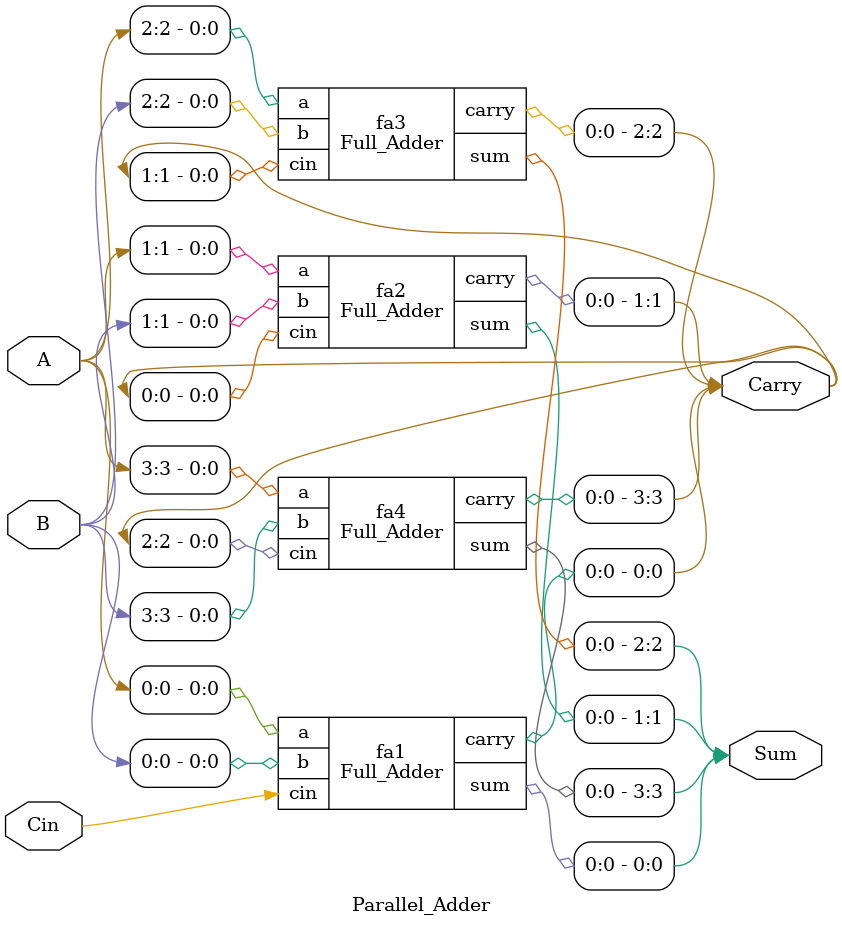
<source format=v>
module Full_Adder(a,b,cin,sum,carry);

input a,b,cin;
output  sum,carry;

assign sum=a^b^cin;
assign carry=(a & b) | cin & (a ^ b);

endmodule

module Parallel_Adder(A,B,Cin,Sum,Carry);
 
input [3:0]A;
input [3:0]B;
input Cin; 
output  [3:0]Sum;
output  [3:0]Carry;
 
Full_Adder fa1(.a(A[0]), .b(B[0]), .cin(Cin), .sum(Sum[0]), .carry(Carry[0]));
Full_Adder fa2(A[1],B[1],Carry[0],Sum[1],Carry[1]);
Full_Adder fa3(A[2],B[2],Carry[1],Sum[2],Carry[2]); 
Full_Adder fa4(A[3],B[3],Carry[2],Sum[3],Carry[3]);
 
endmodule

</source>
